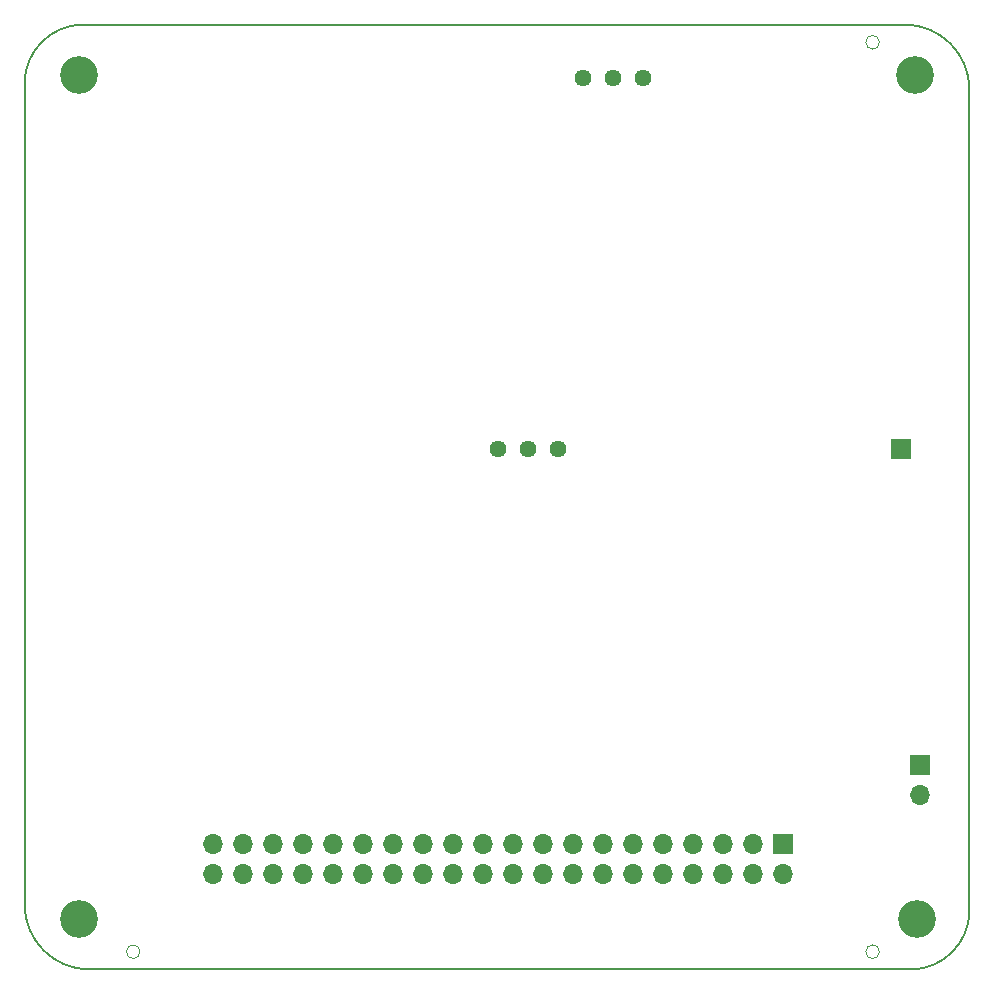
<source format=gbr>
G04 #@! TF.GenerationSoftware,KiCad,Pcbnew,7.0.11*
G04 #@! TF.CreationDate,2024-11-30T22:12:29-08:00*
G04 #@! TF.ProjectId,poledancer,706f6c65-6461-46e6-9365-722e6b696361,0.1*
G04 #@! TF.SameCoordinates,PX3de4ba0PY6578900*
G04 #@! TF.FileFunction,Soldermask,Bot*
G04 #@! TF.FilePolarity,Negative*
%FSLAX46Y46*%
G04 Gerber Fmt 4.6, Leading zero omitted, Abs format (unit mm)*
G04 Created by KiCad (PCBNEW 7.0.11) date 2024-11-30 22:12:29*
%MOMM*%
%LPD*%
G01*
G04 APERTURE LIST*
%ADD10C,3.200000*%
%ADD11R,1.700000X1.700000*%
%ADD12O,1.700000X1.700000*%
%ADD13C,1.440000*%
G04 #@! TA.AperFunction,Profile*
%ADD14C,0.150000*%
G04 #@! TD*
G04 #@! TA.AperFunction,Profile*
%ADD15C,0.050000*%
G04 #@! TD*
G04 APERTURE END LIST*
D10*
X76100000Y5800000D03*
X75900000Y77200000D03*
X5100000Y5800000D03*
X5100000Y77200000D03*
D11*
X74700000Y45600000D03*
X76300000Y18800000D03*
D12*
X76300000Y16260000D03*
D13*
X45665000Y45525000D03*
X43125000Y45525000D03*
X40585000Y45525000D03*
X52850000Y77000000D03*
X50310000Y77000000D03*
X47770000Y77000000D03*
D11*
X64700000Y12090000D03*
D12*
X64700000Y9550000D03*
X62160000Y12090000D03*
X62160000Y9550000D03*
X59620000Y12090000D03*
X59620000Y9550000D03*
X57080000Y12090000D03*
X57080000Y9550000D03*
X54540000Y12090000D03*
X54540000Y9550000D03*
X52000000Y12090000D03*
X52000000Y9550000D03*
X49460000Y12090000D03*
X49460000Y9550000D03*
X46920000Y12090000D03*
X46920000Y9550000D03*
X44380000Y12090000D03*
X44380000Y9550000D03*
X41840000Y12090000D03*
X41840000Y9550000D03*
X39300000Y12090000D03*
X39300000Y9550000D03*
X36760000Y12090000D03*
X36760000Y9550000D03*
X34220000Y12090000D03*
X34220000Y9550000D03*
X31680000Y12090000D03*
X31680000Y9550000D03*
X29140000Y12090000D03*
X29140000Y9550000D03*
X26600000Y12090000D03*
X26600000Y9550000D03*
X24060000Y12090000D03*
X24060000Y9550000D03*
X21520000Y12090000D03*
X21520000Y9550000D03*
X18980000Y12090000D03*
X18980000Y9550000D03*
X16440000Y12090000D03*
X16440000Y9550000D03*
D14*
X500000Y7000000D02*
G75*
G03*
X6000000Y1500000I5500000J0D01*
G01*
X75500000Y1500000D02*
G75*
G03*
X80500000Y6500000I0J5000000D01*
G01*
X75500000Y1500000D02*
X6000000Y1500000D01*
X5500000Y81500000D02*
G75*
G03*
X500000Y76500000I0J-5000000D01*
G01*
X80500000Y76000000D02*
G75*
G03*
X75000000Y81500000I-5500000J0D01*
G01*
X5500000Y81500000D02*
X75000000Y81500000D01*
X80500000Y6500000D02*
X80500000Y76000000D01*
X500000Y76500000D02*
X500000Y7000000D01*
D15*
X10276000Y3000000D02*
G75*
G03*
X9124000Y3000000I-576000J0D01*
G01*
X9124000Y3000000D02*
G75*
G03*
X10276000Y3000000I576000J0D01*
G01*
X72876000Y80000000D02*
G75*
G03*
X71724000Y80000000I-576000J0D01*
G01*
X71724000Y80000000D02*
G75*
G03*
X72876000Y80000000I576000J0D01*
G01*
X72876000Y3000000D02*
G75*
G03*
X71724000Y3000000I-576000J0D01*
G01*
X71724000Y3000000D02*
G75*
G03*
X72876000Y3000000I576000J0D01*
G01*
M02*

</source>
